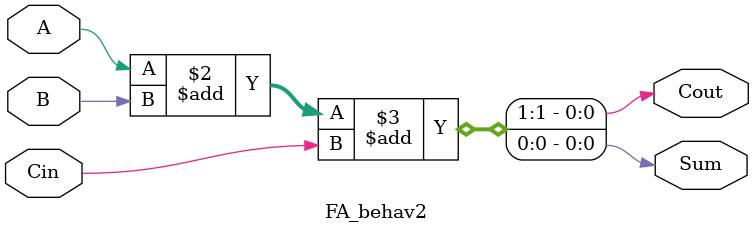
<source format=v>

module
FA_behav2(A,B,Cin,Sum,Cout);
input A,B,Cin;
output Sum,Cout;
reg Sum,Cout;
always @(A or B or Cin)
begin
{Cout,Sum}=A+B+Cin;
end
endmodule
</source>
